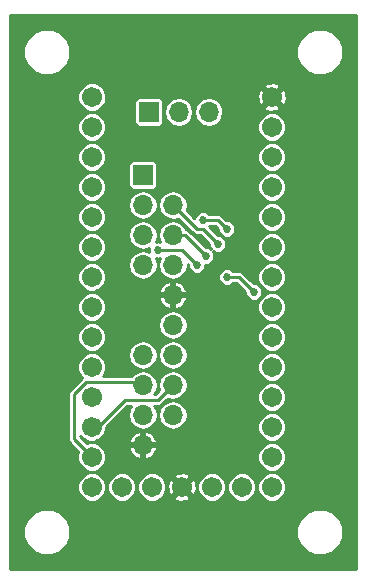
<source format=gbr>
G04 #@! TF.FileFunction,Copper,L2,Bot,Signal*
%FSLAX46Y46*%
G04 Gerber Fmt 4.6, Leading zero omitted, Abs format (unit mm)*
G04 Created by KiCad (PCBNEW 4.0.6-e0-6349~53~ubuntu14.04.1) date Sun Jun  4 18:24:11 2017*
%MOMM*%
%LPD*%
G01*
G04 APERTURE LIST*
%ADD10C,0.100000*%
%ADD11R,1.700000X1.700000*%
%ADD12O,1.700000X1.700000*%
%ADD13C,1.701800*%
%ADD14C,0.685800*%
%ADD15C,0.254000*%
G04 APERTURE END LIST*
D10*
D11*
X141224000Y-71120000D03*
D12*
X143764000Y-71120000D03*
X146304000Y-71120000D03*
D11*
X140716000Y-76454000D03*
D12*
X140716000Y-78994000D03*
X143256000Y-78994000D03*
X140716000Y-81534000D03*
X143256000Y-81534000D03*
X140716000Y-84074000D03*
X143256000Y-84074000D03*
X143256000Y-86614000D03*
X143256000Y-89154000D03*
X140716000Y-91694000D03*
X143256000Y-91694000D03*
X140716000Y-94234000D03*
X143256000Y-94234000D03*
X140716000Y-96774000D03*
X143256000Y-96774000D03*
X140716000Y-99314000D03*
D13*
X151638000Y-72390000D03*
X151638000Y-74930000D03*
X151638000Y-77470000D03*
X151638000Y-80010000D03*
X151638000Y-82550000D03*
X151638000Y-85090000D03*
X151638000Y-87630000D03*
X151638000Y-90170000D03*
X151638000Y-92710000D03*
X151638000Y-95250000D03*
X151638000Y-97790000D03*
X151638000Y-100330000D03*
X151638000Y-102870000D03*
X136398000Y-102870000D03*
X136398000Y-100330000D03*
X136398000Y-97790000D03*
X136398000Y-95250000D03*
X136398000Y-92710000D03*
X136398000Y-90170000D03*
X136398000Y-87630000D03*
X136398000Y-85090000D03*
X136398000Y-82550000D03*
X136398000Y-80010000D03*
X136398000Y-77470000D03*
X136398000Y-74930000D03*
X136398000Y-72390000D03*
X136398000Y-69850000D03*
X151638000Y-69850000D03*
X149098000Y-102870000D03*
X146558000Y-102870000D03*
X144018000Y-102870000D03*
X141478000Y-102870000D03*
X138938000Y-102870000D03*
D14*
X146050000Y-83312000D03*
X147828000Y-85090000D03*
X150114000Y-86360000D03*
X147828000Y-81026000D03*
X145796000Y-80264000D03*
X147066000Y-82296000D03*
X145288000Y-84074000D03*
X141986000Y-82804000D03*
D15*
X144272000Y-81534000D02*
X143256000Y-81534000D01*
X146050000Y-83312000D02*
X144272000Y-81534000D01*
X148844000Y-85090000D02*
X147828000Y-85090000D01*
X150114000Y-86360000D02*
X148844000Y-85090000D01*
X147828000Y-81026000D02*
X147066000Y-80264000D01*
X147066000Y-80264000D02*
X145796000Y-80264000D01*
X147066000Y-82296000D02*
X145796000Y-81026000D01*
X145796000Y-81026000D02*
X145288000Y-81026000D01*
X145288000Y-81026000D02*
X143256000Y-78994000D01*
X145288000Y-84074000D02*
X144018000Y-82804000D01*
X144018000Y-82804000D02*
X141986000Y-82804000D01*
X136398000Y-100330000D02*
X134874000Y-98806000D01*
X135890000Y-93980000D02*
X140462000Y-93980000D01*
X134874000Y-94996000D02*
X135890000Y-93980000D01*
X134874000Y-98806000D02*
X134874000Y-94996000D01*
X140462000Y-93980000D02*
X140716000Y-94234000D01*
X136398000Y-97790000D02*
X136906000Y-97790000D01*
X136906000Y-97790000D02*
X139192000Y-95504000D01*
X139192000Y-95504000D02*
X141986000Y-95504000D01*
X141986000Y-95504000D02*
X143256000Y-94234000D01*
G36*
X158802000Y-109780000D02*
X129488000Y-109780000D01*
X129488000Y-107072316D01*
X130606657Y-107072316D01*
X130907611Y-107800680D01*
X131464389Y-108358431D01*
X132192226Y-108660655D01*
X132980316Y-108661343D01*
X133708680Y-108360389D01*
X134266431Y-107803611D01*
X134568655Y-107075774D01*
X134568658Y-107072316D01*
X153720657Y-107072316D01*
X154021611Y-107800680D01*
X154578389Y-108358431D01*
X155306226Y-108660655D01*
X156094316Y-108661343D01*
X156822680Y-108360389D01*
X157380431Y-107803611D01*
X157682655Y-107075774D01*
X157683343Y-106287684D01*
X157382389Y-105559320D01*
X156825611Y-105001569D01*
X156097774Y-104699345D01*
X155309684Y-104698657D01*
X154581320Y-104999611D01*
X154023569Y-105556389D01*
X153721345Y-106284226D01*
X153720657Y-107072316D01*
X134568658Y-107072316D01*
X134569343Y-106287684D01*
X134268389Y-105559320D01*
X133711611Y-105001569D01*
X132983774Y-104699345D01*
X132195684Y-104698657D01*
X131467320Y-104999611D01*
X130909569Y-105556389D01*
X130607345Y-106284226D01*
X130606657Y-107072316D01*
X129488000Y-107072316D01*
X129488000Y-103113965D01*
X135165887Y-103113965D01*
X135353037Y-103566903D01*
X135699274Y-103913745D01*
X136151885Y-104101685D01*
X136641965Y-104102113D01*
X137094903Y-103914963D01*
X137441745Y-103568726D01*
X137629685Y-103116115D01*
X137629686Y-103113965D01*
X137705887Y-103113965D01*
X137893037Y-103566903D01*
X138239274Y-103913745D01*
X138691885Y-104101685D01*
X139181965Y-104102113D01*
X139634903Y-103914963D01*
X139981745Y-103568726D01*
X140169685Y-103116115D01*
X140169686Y-103113965D01*
X140245887Y-103113965D01*
X140433037Y-103566903D01*
X140779274Y-103913745D01*
X141231885Y-104101685D01*
X141721965Y-104102113D01*
X142174903Y-103914963D01*
X142314435Y-103775674D01*
X143291931Y-103775674D01*
X143386250Y-103955593D01*
X143849778Y-104114717D01*
X144338915Y-104084345D01*
X144649750Y-103955593D01*
X144744069Y-103775674D01*
X144018000Y-103049605D01*
X143291931Y-103775674D01*
X142314435Y-103775674D01*
X142521745Y-103568726D01*
X142709685Y-103116115D01*
X142710046Y-102701778D01*
X142773283Y-102701778D01*
X142803655Y-103190915D01*
X142932407Y-103501750D01*
X143112326Y-103596069D01*
X143838395Y-102870000D01*
X144197605Y-102870000D01*
X144923674Y-103596069D01*
X145103593Y-103501750D01*
X145236715Y-103113965D01*
X145325887Y-103113965D01*
X145513037Y-103566903D01*
X145859274Y-103913745D01*
X146311885Y-104101685D01*
X146801965Y-104102113D01*
X147254903Y-103914963D01*
X147601745Y-103568726D01*
X147789685Y-103116115D01*
X147789686Y-103113965D01*
X147865887Y-103113965D01*
X148053037Y-103566903D01*
X148399274Y-103913745D01*
X148851885Y-104101685D01*
X149341965Y-104102113D01*
X149794903Y-103914963D01*
X150141745Y-103568726D01*
X150329685Y-103116115D01*
X150329686Y-103113965D01*
X150405887Y-103113965D01*
X150593037Y-103566903D01*
X150939274Y-103913745D01*
X151391885Y-104101685D01*
X151881965Y-104102113D01*
X152334903Y-103914963D01*
X152681745Y-103568726D01*
X152869685Y-103116115D01*
X152870113Y-102626035D01*
X152682963Y-102173097D01*
X152336726Y-101826255D01*
X151884115Y-101638315D01*
X151394035Y-101637887D01*
X150941097Y-101825037D01*
X150594255Y-102171274D01*
X150406315Y-102623885D01*
X150405887Y-103113965D01*
X150329686Y-103113965D01*
X150330113Y-102626035D01*
X150142963Y-102173097D01*
X149796726Y-101826255D01*
X149344115Y-101638315D01*
X148854035Y-101637887D01*
X148401097Y-101825037D01*
X148054255Y-102171274D01*
X147866315Y-102623885D01*
X147865887Y-103113965D01*
X147789686Y-103113965D01*
X147790113Y-102626035D01*
X147602963Y-102173097D01*
X147256726Y-101826255D01*
X146804115Y-101638315D01*
X146314035Y-101637887D01*
X145861097Y-101825037D01*
X145514255Y-102171274D01*
X145326315Y-102623885D01*
X145325887Y-103113965D01*
X145236715Y-103113965D01*
X145262717Y-103038222D01*
X145232345Y-102549085D01*
X145103593Y-102238250D01*
X144923674Y-102143931D01*
X144197605Y-102870000D01*
X143838395Y-102870000D01*
X143112326Y-102143931D01*
X142932407Y-102238250D01*
X142773283Y-102701778D01*
X142710046Y-102701778D01*
X142710113Y-102626035D01*
X142522963Y-102173097D01*
X142314557Y-101964326D01*
X143291931Y-101964326D01*
X144018000Y-102690395D01*
X144744069Y-101964326D01*
X144649750Y-101784407D01*
X144186222Y-101625283D01*
X143697085Y-101655655D01*
X143386250Y-101784407D01*
X143291931Y-101964326D01*
X142314557Y-101964326D01*
X142176726Y-101826255D01*
X141724115Y-101638315D01*
X141234035Y-101637887D01*
X140781097Y-101825037D01*
X140434255Y-102171274D01*
X140246315Y-102623885D01*
X140245887Y-103113965D01*
X140169686Y-103113965D01*
X140170113Y-102626035D01*
X139982963Y-102173097D01*
X139636726Y-101826255D01*
X139184115Y-101638315D01*
X138694035Y-101637887D01*
X138241097Y-101825037D01*
X137894255Y-102171274D01*
X137706315Y-102623885D01*
X137705887Y-103113965D01*
X137629686Y-103113965D01*
X137630113Y-102626035D01*
X137442963Y-102173097D01*
X137096726Y-101826255D01*
X136644115Y-101638315D01*
X136154035Y-101637887D01*
X135701097Y-101825037D01*
X135354255Y-102171274D01*
X135166315Y-102623885D01*
X135165887Y-103113965D01*
X129488000Y-103113965D01*
X129488000Y-94996000D01*
X134366000Y-94996000D01*
X134366000Y-98806000D01*
X134404669Y-99000403D01*
X134514790Y-99165210D01*
X135244698Y-99895118D01*
X135166315Y-100083885D01*
X135165887Y-100573965D01*
X135353037Y-101026903D01*
X135699274Y-101373745D01*
X136151885Y-101561685D01*
X136641965Y-101562113D01*
X137094903Y-101374963D01*
X137441745Y-101028726D01*
X137629685Y-100576115D01*
X137629686Y-100573965D01*
X150405887Y-100573965D01*
X150593037Y-101026903D01*
X150939274Y-101373745D01*
X151391885Y-101561685D01*
X151881965Y-101562113D01*
X152334903Y-101374963D01*
X152681745Y-101028726D01*
X152869685Y-100576115D01*
X152870113Y-100086035D01*
X152682963Y-99633097D01*
X152336726Y-99286255D01*
X151884115Y-99098315D01*
X151394035Y-99097887D01*
X150941097Y-99285037D01*
X150594255Y-99631274D01*
X150406315Y-100083885D01*
X150405887Y-100573965D01*
X137629686Y-100573965D01*
X137630113Y-100086035D01*
X137442963Y-99633097D01*
X137440850Y-99630980D01*
X139526511Y-99630980D01*
X139650755Y-99930964D01*
X139967944Y-100291652D01*
X140399018Y-100503501D01*
X140589000Y-100443193D01*
X140589000Y-99441000D01*
X140843000Y-99441000D01*
X140843000Y-100443193D01*
X141032982Y-100503501D01*
X141464056Y-100291652D01*
X141781245Y-99930964D01*
X141905489Y-99630980D01*
X141844627Y-99441000D01*
X140843000Y-99441000D01*
X140589000Y-99441000D01*
X139587373Y-99441000D01*
X139526511Y-99630980D01*
X137440850Y-99630980D01*
X137096726Y-99286255D01*
X136644115Y-99098315D01*
X136154035Y-99097887D01*
X135963171Y-99176750D01*
X135382000Y-98595580D01*
X135382000Y-98515917D01*
X135699274Y-98833745D01*
X136151885Y-99021685D01*
X136641965Y-99022113D01*
X136702694Y-98997020D01*
X139526511Y-98997020D01*
X139587373Y-99187000D01*
X140589000Y-99187000D01*
X140589000Y-98184807D01*
X140843000Y-98184807D01*
X140843000Y-99187000D01*
X141844627Y-99187000D01*
X141905489Y-98997020D01*
X141781245Y-98697036D01*
X141464056Y-98336348D01*
X141032982Y-98124499D01*
X140843000Y-98184807D01*
X140589000Y-98184807D01*
X140399018Y-98124499D01*
X139967944Y-98336348D01*
X139650755Y-98697036D01*
X139526511Y-98997020D01*
X136702694Y-98997020D01*
X137094903Y-98834963D01*
X137441745Y-98488726D01*
X137629685Y-98036115D01*
X137629686Y-98033965D01*
X150405887Y-98033965D01*
X150593037Y-98486903D01*
X150939274Y-98833745D01*
X151391885Y-99021685D01*
X151881965Y-99022113D01*
X152334903Y-98834963D01*
X152681745Y-98488726D01*
X152869685Y-98036115D01*
X152870113Y-97546035D01*
X152682963Y-97093097D01*
X152336726Y-96746255D01*
X151884115Y-96558315D01*
X151394035Y-96557887D01*
X150941097Y-96745037D01*
X150594255Y-97091274D01*
X150406315Y-97543885D01*
X150405887Y-98033965D01*
X137629686Y-98033965D01*
X137629905Y-97784515D01*
X139402420Y-96012000D01*
X139748972Y-96012000D01*
X139554587Y-96302917D01*
X139460883Y-96774000D01*
X139554587Y-97245083D01*
X139821435Y-97644448D01*
X140220800Y-97911296D01*
X140691883Y-98005000D01*
X140740117Y-98005000D01*
X141211200Y-97911296D01*
X141610565Y-97644448D01*
X141877413Y-97245083D01*
X141971117Y-96774000D01*
X142000883Y-96774000D01*
X142094587Y-97245083D01*
X142361435Y-97644448D01*
X142760800Y-97911296D01*
X143231883Y-98005000D01*
X143280117Y-98005000D01*
X143751200Y-97911296D01*
X144150565Y-97644448D01*
X144417413Y-97245083D01*
X144511117Y-96774000D01*
X144417413Y-96302917D01*
X144150565Y-95903552D01*
X143751200Y-95636704D01*
X143280117Y-95543000D01*
X143231883Y-95543000D01*
X142760800Y-95636704D01*
X142361435Y-95903552D01*
X142094587Y-96302917D01*
X142000883Y-96774000D01*
X141971117Y-96774000D01*
X141877413Y-96302917D01*
X141683028Y-96012000D01*
X141986000Y-96012000D01*
X142180403Y-95973331D01*
X142345210Y-95863210D01*
X142714455Y-95493965D01*
X150405887Y-95493965D01*
X150593037Y-95946903D01*
X150939274Y-96293745D01*
X151391885Y-96481685D01*
X151881965Y-96482113D01*
X152334903Y-96294963D01*
X152681745Y-95948726D01*
X152869685Y-95496115D01*
X152870113Y-95006035D01*
X152682963Y-94553097D01*
X152336726Y-94206255D01*
X151884115Y-94018315D01*
X151394035Y-94017887D01*
X150941097Y-94205037D01*
X150594255Y-94551274D01*
X150406315Y-95003885D01*
X150405887Y-95493965D01*
X142714455Y-95493965D01*
X142824461Y-95383959D01*
X143231883Y-95465000D01*
X143280117Y-95465000D01*
X143751200Y-95371296D01*
X144150565Y-95104448D01*
X144417413Y-94705083D01*
X144511117Y-94234000D01*
X144417413Y-93762917D01*
X144150565Y-93363552D01*
X143751200Y-93096704D01*
X143280117Y-93003000D01*
X143231883Y-93003000D01*
X142760800Y-93096704D01*
X142361435Y-93363552D01*
X142094587Y-93762917D01*
X142000883Y-94234000D01*
X142089927Y-94681653D01*
X141775580Y-94996000D01*
X141683028Y-94996000D01*
X141877413Y-94705083D01*
X141971117Y-94234000D01*
X141877413Y-93762917D01*
X141610565Y-93363552D01*
X141211200Y-93096704D01*
X140740117Y-93003000D01*
X140691883Y-93003000D01*
X140220800Y-93096704D01*
X139821435Y-93363552D01*
X139748972Y-93472000D01*
X137378360Y-93472000D01*
X137441745Y-93408726D01*
X137629685Y-92956115D01*
X137629686Y-92953965D01*
X150405887Y-92953965D01*
X150593037Y-93406903D01*
X150939274Y-93753745D01*
X151391885Y-93941685D01*
X151881965Y-93942113D01*
X152334903Y-93754963D01*
X152681745Y-93408726D01*
X152869685Y-92956115D01*
X152870113Y-92466035D01*
X152682963Y-92013097D01*
X152336726Y-91666255D01*
X151884115Y-91478315D01*
X151394035Y-91477887D01*
X150941097Y-91665037D01*
X150594255Y-92011274D01*
X150406315Y-92463885D01*
X150405887Y-92953965D01*
X137629686Y-92953965D01*
X137630113Y-92466035D01*
X137442963Y-92013097D01*
X137124423Y-91694000D01*
X139460883Y-91694000D01*
X139554587Y-92165083D01*
X139821435Y-92564448D01*
X140220800Y-92831296D01*
X140691883Y-92925000D01*
X140740117Y-92925000D01*
X141211200Y-92831296D01*
X141610565Y-92564448D01*
X141877413Y-92165083D01*
X141971117Y-91694000D01*
X142000883Y-91694000D01*
X142094587Y-92165083D01*
X142361435Y-92564448D01*
X142760800Y-92831296D01*
X143231883Y-92925000D01*
X143280117Y-92925000D01*
X143751200Y-92831296D01*
X144150565Y-92564448D01*
X144417413Y-92165083D01*
X144511117Y-91694000D01*
X144417413Y-91222917D01*
X144150565Y-90823552D01*
X143751200Y-90556704D01*
X143280117Y-90463000D01*
X143231883Y-90463000D01*
X142760800Y-90556704D01*
X142361435Y-90823552D01*
X142094587Y-91222917D01*
X142000883Y-91694000D01*
X141971117Y-91694000D01*
X141877413Y-91222917D01*
X141610565Y-90823552D01*
X141211200Y-90556704D01*
X140740117Y-90463000D01*
X140691883Y-90463000D01*
X140220800Y-90556704D01*
X139821435Y-90823552D01*
X139554587Y-91222917D01*
X139460883Y-91694000D01*
X137124423Y-91694000D01*
X137096726Y-91666255D01*
X136644115Y-91478315D01*
X136154035Y-91477887D01*
X135701097Y-91665037D01*
X135354255Y-92011274D01*
X135166315Y-92463885D01*
X135165887Y-92953965D01*
X135353037Y-93406903D01*
X135552242Y-93606456D01*
X135530790Y-93620790D01*
X134514790Y-94636790D01*
X134404669Y-94801597D01*
X134366000Y-94996000D01*
X129488000Y-94996000D01*
X129488000Y-90413965D01*
X135165887Y-90413965D01*
X135353037Y-90866903D01*
X135699274Y-91213745D01*
X136151885Y-91401685D01*
X136641965Y-91402113D01*
X137094903Y-91214963D01*
X137441745Y-90868726D01*
X137629685Y-90416115D01*
X137629686Y-90413965D01*
X150405887Y-90413965D01*
X150593037Y-90866903D01*
X150939274Y-91213745D01*
X151391885Y-91401685D01*
X151881965Y-91402113D01*
X152334903Y-91214963D01*
X152681745Y-90868726D01*
X152869685Y-90416115D01*
X152870113Y-89926035D01*
X152682963Y-89473097D01*
X152336726Y-89126255D01*
X151884115Y-88938315D01*
X151394035Y-88937887D01*
X150941097Y-89125037D01*
X150594255Y-89471274D01*
X150406315Y-89923885D01*
X150405887Y-90413965D01*
X137629686Y-90413965D01*
X137630113Y-89926035D01*
X137442963Y-89473097D01*
X137124423Y-89154000D01*
X142000883Y-89154000D01*
X142094587Y-89625083D01*
X142361435Y-90024448D01*
X142760800Y-90291296D01*
X143231883Y-90385000D01*
X143280117Y-90385000D01*
X143751200Y-90291296D01*
X144150565Y-90024448D01*
X144417413Y-89625083D01*
X144511117Y-89154000D01*
X144417413Y-88682917D01*
X144150565Y-88283552D01*
X143751200Y-88016704D01*
X143280117Y-87923000D01*
X143231883Y-87923000D01*
X142760800Y-88016704D01*
X142361435Y-88283552D01*
X142094587Y-88682917D01*
X142000883Y-89154000D01*
X137124423Y-89154000D01*
X137096726Y-89126255D01*
X136644115Y-88938315D01*
X136154035Y-88937887D01*
X135701097Y-89125037D01*
X135354255Y-89471274D01*
X135166315Y-89923885D01*
X135165887Y-90413965D01*
X129488000Y-90413965D01*
X129488000Y-87873965D01*
X135165887Y-87873965D01*
X135353037Y-88326903D01*
X135699274Y-88673745D01*
X136151885Y-88861685D01*
X136641965Y-88862113D01*
X137094903Y-88674963D01*
X137441745Y-88328726D01*
X137629685Y-87876115D01*
X137629686Y-87873965D01*
X150405887Y-87873965D01*
X150593037Y-88326903D01*
X150939274Y-88673745D01*
X151391885Y-88861685D01*
X151881965Y-88862113D01*
X152334903Y-88674963D01*
X152681745Y-88328726D01*
X152869685Y-87876115D01*
X152870113Y-87386035D01*
X152682963Y-86933097D01*
X152336726Y-86586255D01*
X151884115Y-86398315D01*
X151394035Y-86397887D01*
X150941097Y-86585037D01*
X150594255Y-86931274D01*
X150406315Y-87383885D01*
X150405887Y-87873965D01*
X137629686Y-87873965D01*
X137630113Y-87386035D01*
X137442963Y-86933097D01*
X137440850Y-86930980D01*
X142066511Y-86930980D01*
X142190755Y-87230964D01*
X142507944Y-87591652D01*
X142939018Y-87803501D01*
X143129000Y-87743193D01*
X143129000Y-86741000D01*
X143383000Y-86741000D01*
X143383000Y-87743193D01*
X143572982Y-87803501D01*
X144004056Y-87591652D01*
X144321245Y-87230964D01*
X144445489Y-86930980D01*
X144384627Y-86741000D01*
X143383000Y-86741000D01*
X143129000Y-86741000D01*
X142127373Y-86741000D01*
X142066511Y-86930980D01*
X137440850Y-86930980D01*
X137096726Y-86586255D01*
X136644115Y-86398315D01*
X136154035Y-86397887D01*
X135701097Y-86585037D01*
X135354255Y-86931274D01*
X135166315Y-87383885D01*
X135165887Y-87873965D01*
X129488000Y-87873965D01*
X129488000Y-85333965D01*
X135165887Y-85333965D01*
X135353037Y-85786903D01*
X135699274Y-86133745D01*
X136151885Y-86321685D01*
X136641965Y-86322113D01*
X136702694Y-86297020D01*
X142066511Y-86297020D01*
X142127373Y-86487000D01*
X143129000Y-86487000D01*
X143129000Y-85484807D01*
X143383000Y-85484807D01*
X143383000Y-86487000D01*
X144384627Y-86487000D01*
X144445489Y-86297020D01*
X144321245Y-85997036D01*
X144004056Y-85636348D01*
X143572982Y-85424499D01*
X143383000Y-85484807D01*
X143129000Y-85484807D01*
X142939018Y-85424499D01*
X142507944Y-85636348D01*
X142190755Y-85997036D01*
X142066511Y-86297020D01*
X136702694Y-86297020D01*
X137094903Y-86134963D01*
X137441745Y-85788726D01*
X137629685Y-85336115D01*
X137630113Y-84846035D01*
X137442963Y-84393097D01*
X137096726Y-84046255D01*
X136644115Y-83858315D01*
X136154035Y-83857887D01*
X135701097Y-84045037D01*
X135354255Y-84391274D01*
X135166315Y-84843885D01*
X135165887Y-85333965D01*
X129488000Y-85333965D01*
X129488000Y-82793965D01*
X135165887Y-82793965D01*
X135353037Y-83246903D01*
X135699274Y-83593745D01*
X136151885Y-83781685D01*
X136641965Y-83782113D01*
X137094903Y-83594963D01*
X137441745Y-83248726D01*
X137629685Y-82796115D01*
X137630113Y-82306035D01*
X137442963Y-81853097D01*
X137124423Y-81534000D01*
X139460883Y-81534000D01*
X139554587Y-82005083D01*
X139821435Y-82404448D01*
X140220800Y-82671296D01*
X140691883Y-82765000D01*
X140740117Y-82765000D01*
X141211200Y-82671296D01*
X141274969Y-82628687D01*
X141262226Y-82659376D01*
X141261975Y-82947361D01*
X141275257Y-82979506D01*
X141211200Y-82936704D01*
X140740117Y-82843000D01*
X140691883Y-82843000D01*
X140220800Y-82936704D01*
X139821435Y-83203552D01*
X139554587Y-83602917D01*
X139460883Y-84074000D01*
X139554587Y-84545083D01*
X139821435Y-84944448D01*
X140220800Y-85211296D01*
X140691883Y-85305000D01*
X140740117Y-85305000D01*
X141211200Y-85211296D01*
X141610565Y-84944448D01*
X141877413Y-84545083D01*
X141971117Y-84074000D01*
X141877413Y-83602917D01*
X141821762Y-83519630D01*
X141841376Y-83527774D01*
X142129361Y-83528025D01*
X142150451Y-83519311D01*
X142094587Y-83602917D01*
X142000883Y-84074000D01*
X142094587Y-84545083D01*
X142361435Y-84944448D01*
X142760800Y-85211296D01*
X143231883Y-85305000D01*
X143280117Y-85305000D01*
X143640271Y-85233361D01*
X147103975Y-85233361D01*
X147213950Y-85499521D01*
X147417408Y-85703335D01*
X147683376Y-85813774D01*
X147971361Y-85814025D01*
X148237521Y-85704050D01*
X148343757Y-85598000D01*
X148633580Y-85598000D01*
X149390105Y-86354525D01*
X149389975Y-86503361D01*
X149499950Y-86769521D01*
X149703408Y-86973335D01*
X149969376Y-87083774D01*
X150257361Y-87084025D01*
X150523521Y-86974050D01*
X150727335Y-86770592D01*
X150837774Y-86504624D01*
X150838025Y-86216639D01*
X150728050Y-85950479D01*
X150524592Y-85746665D01*
X150258624Y-85636226D01*
X150108515Y-85636095D01*
X149806385Y-85333965D01*
X150405887Y-85333965D01*
X150593037Y-85786903D01*
X150939274Y-86133745D01*
X151391885Y-86321685D01*
X151881965Y-86322113D01*
X152334903Y-86134963D01*
X152681745Y-85788726D01*
X152869685Y-85336115D01*
X152870113Y-84846035D01*
X152682963Y-84393097D01*
X152336726Y-84046255D01*
X151884115Y-83858315D01*
X151394035Y-83857887D01*
X150941097Y-84045037D01*
X150594255Y-84391274D01*
X150406315Y-84843885D01*
X150405887Y-85333965D01*
X149806385Y-85333965D01*
X149203210Y-84730790D01*
X149038403Y-84620669D01*
X148844000Y-84582000D01*
X148343743Y-84582000D01*
X148238592Y-84476665D01*
X147972624Y-84366226D01*
X147684639Y-84365975D01*
X147418479Y-84475950D01*
X147214665Y-84679408D01*
X147104226Y-84945376D01*
X147103975Y-85233361D01*
X143640271Y-85233361D01*
X143751200Y-85211296D01*
X144150565Y-84944448D01*
X144417413Y-84545083D01*
X144511117Y-84074000D01*
X144496601Y-84001021D01*
X144564105Y-84068525D01*
X144563975Y-84217361D01*
X144673950Y-84483521D01*
X144877408Y-84687335D01*
X145143376Y-84797774D01*
X145431361Y-84798025D01*
X145697521Y-84688050D01*
X145901335Y-84484592D01*
X146011774Y-84218624D01*
X146011933Y-84035867D01*
X146193361Y-84036025D01*
X146459521Y-83926050D01*
X146663335Y-83722592D01*
X146773774Y-83456624D01*
X146774025Y-83168639D01*
X146669259Y-82915087D01*
X146921376Y-83019774D01*
X147209361Y-83020025D01*
X147475521Y-82910050D01*
X147591809Y-82793965D01*
X150405887Y-82793965D01*
X150593037Y-83246903D01*
X150939274Y-83593745D01*
X151391885Y-83781685D01*
X151881965Y-83782113D01*
X152334903Y-83594963D01*
X152681745Y-83248726D01*
X152869685Y-82796115D01*
X152870113Y-82306035D01*
X152682963Y-81853097D01*
X152336726Y-81506255D01*
X151884115Y-81318315D01*
X151394035Y-81317887D01*
X150941097Y-81505037D01*
X150594255Y-81851274D01*
X150406315Y-82303885D01*
X150405887Y-82793965D01*
X147591809Y-82793965D01*
X147679335Y-82706592D01*
X147789774Y-82440624D01*
X147790025Y-82152639D01*
X147680050Y-81886479D01*
X147476592Y-81682665D01*
X147210624Y-81572226D01*
X147060515Y-81572095D01*
X146286066Y-80797646D01*
X146311757Y-80772000D01*
X146855580Y-80772000D01*
X147104105Y-81020525D01*
X147103975Y-81169361D01*
X147213950Y-81435521D01*
X147417408Y-81639335D01*
X147683376Y-81749774D01*
X147971361Y-81750025D01*
X148237521Y-81640050D01*
X148441335Y-81436592D01*
X148551774Y-81170624D01*
X148552025Y-80882639D01*
X148442050Y-80616479D01*
X148238592Y-80412665D01*
X147972624Y-80302226D01*
X147822515Y-80302095D01*
X147774385Y-80253965D01*
X150405887Y-80253965D01*
X150593037Y-80706903D01*
X150939274Y-81053745D01*
X151391885Y-81241685D01*
X151881965Y-81242113D01*
X152334903Y-81054963D01*
X152681745Y-80708726D01*
X152869685Y-80256115D01*
X152870113Y-79766035D01*
X152682963Y-79313097D01*
X152336726Y-78966255D01*
X151884115Y-78778315D01*
X151394035Y-78777887D01*
X150941097Y-78965037D01*
X150594255Y-79311274D01*
X150406315Y-79763885D01*
X150405887Y-80253965D01*
X147774385Y-80253965D01*
X147425210Y-79904790D01*
X147260403Y-79794669D01*
X147066000Y-79756000D01*
X146311743Y-79756000D01*
X146206592Y-79650665D01*
X145940624Y-79540226D01*
X145652639Y-79539975D01*
X145386479Y-79649950D01*
X145182665Y-79853408D01*
X145080315Y-80099895D01*
X144422073Y-79441653D01*
X144511117Y-78994000D01*
X144417413Y-78522917D01*
X144150565Y-78123552D01*
X143751200Y-77856704D01*
X143280117Y-77763000D01*
X143231883Y-77763000D01*
X142760800Y-77856704D01*
X142361435Y-78123552D01*
X142094587Y-78522917D01*
X142000883Y-78994000D01*
X142094587Y-79465083D01*
X142361435Y-79864448D01*
X142760800Y-80131296D01*
X143231883Y-80225000D01*
X143280117Y-80225000D01*
X143687539Y-80143959D01*
X144928790Y-81385210D01*
X145093597Y-81495331D01*
X145288000Y-81534000D01*
X145585580Y-81534000D01*
X146342105Y-82290525D01*
X146341975Y-82439361D01*
X146446741Y-82692913D01*
X146194624Y-82588226D01*
X146044515Y-82588095D01*
X144631210Y-81174790D01*
X144466403Y-81064669D01*
X144411254Y-81053699D01*
X144150565Y-80663552D01*
X143751200Y-80396704D01*
X143280117Y-80303000D01*
X143231883Y-80303000D01*
X142760800Y-80396704D01*
X142361435Y-80663552D01*
X142094587Y-81062917D01*
X142000883Y-81534000D01*
X142094587Y-82005083D01*
X142150238Y-82088370D01*
X142130624Y-82080226D01*
X141842639Y-82079975D01*
X141821549Y-82088689D01*
X141877413Y-82005083D01*
X141971117Y-81534000D01*
X141877413Y-81062917D01*
X141610565Y-80663552D01*
X141211200Y-80396704D01*
X140740117Y-80303000D01*
X140691883Y-80303000D01*
X140220800Y-80396704D01*
X139821435Y-80663552D01*
X139554587Y-81062917D01*
X139460883Y-81534000D01*
X137124423Y-81534000D01*
X137096726Y-81506255D01*
X136644115Y-81318315D01*
X136154035Y-81317887D01*
X135701097Y-81505037D01*
X135354255Y-81851274D01*
X135166315Y-82303885D01*
X135165887Y-82793965D01*
X129488000Y-82793965D01*
X129488000Y-80253965D01*
X135165887Y-80253965D01*
X135353037Y-80706903D01*
X135699274Y-81053745D01*
X136151885Y-81241685D01*
X136641965Y-81242113D01*
X137094903Y-81054963D01*
X137441745Y-80708726D01*
X137629685Y-80256115D01*
X137630113Y-79766035D01*
X137442963Y-79313097D01*
X137124423Y-78994000D01*
X139460883Y-78994000D01*
X139554587Y-79465083D01*
X139821435Y-79864448D01*
X140220800Y-80131296D01*
X140691883Y-80225000D01*
X140740117Y-80225000D01*
X141211200Y-80131296D01*
X141610565Y-79864448D01*
X141877413Y-79465083D01*
X141971117Y-78994000D01*
X141877413Y-78522917D01*
X141610565Y-78123552D01*
X141211200Y-77856704D01*
X140740117Y-77763000D01*
X140691883Y-77763000D01*
X140220800Y-77856704D01*
X139821435Y-78123552D01*
X139554587Y-78522917D01*
X139460883Y-78994000D01*
X137124423Y-78994000D01*
X137096726Y-78966255D01*
X136644115Y-78778315D01*
X136154035Y-78777887D01*
X135701097Y-78965037D01*
X135354255Y-79311274D01*
X135166315Y-79763885D01*
X135165887Y-80253965D01*
X129488000Y-80253965D01*
X129488000Y-77713965D01*
X135165887Y-77713965D01*
X135353037Y-78166903D01*
X135699274Y-78513745D01*
X136151885Y-78701685D01*
X136641965Y-78702113D01*
X137094903Y-78514963D01*
X137441745Y-78168726D01*
X137629685Y-77716115D01*
X137629686Y-77713965D01*
X150405887Y-77713965D01*
X150593037Y-78166903D01*
X150939274Y-78513745D01*
X151391885Y-78701685D01*
X151881965Y-78702113D01*
X152334903Y-78514963D01*
X152681745Y-78168726D01*
X152869685Y-77716115D01*
X152870113Y-77226035D01*
X152682963Y-76773097D01*
X152336726Y-76426255D01*
X151884115Y-76238315D01*
X151394035Y-76237887D01*
X150941097Y-76425037D01*
X150594255Y-76771274D01*
X150406315Y-77223885D01*
X150405887Y-77713965D01*
X137629686Y-77713965D01*
X137630113Y-77226035D01*
X137442963Y-76773097D01*
X137096726Y-76426255D01*
X136644115Y-76238315D01*
X136154035Y-76237887D01*
X135701097Y-76425037D01*
X135354255Y-76771274D01*
X135166315Y-77223885D01*
X135165887Y-77713965D01*
X129488000Y-77713965D01*
X129488000Y-75173965D01*
X135165887Y-75173965D01*
X135353037Y-75626903D01*
X135699274Y-75973745D01*
X136151885Y-76161685D01*
X136641965Y-76162113D01*
X137094903Y-75974963D01*
X137441745Y-75628726D01*
X137452012Y-75604000D01*
X139477536Y-75604000D01*
X139477536Y-77304000D01*
X139504103Y-77445190D01*
X139587546Y-77574865D01*
X139714866Y-77661859D01*
X139866000Y-77692464D01*
X141566000Y-77692464D01*
X141707190Y-77665897D01*
X141836865Y-77582454D01*
X141923859Y-77455134D01*
X141954464Y-77304000D01*
X141954464Y-75604000D01*
X141927897Y-75462810D01*
X141844454Y-75333135D01*
X141717134Y-75246141D01*
X141566000Y-75215536D01*
X139866000Y-75215536D01*
X139724810Y-75242103D01*
X139595135Y-75325546D01*
X139508141Y-75452866D01*
X139477536Y-75604000D01*
X137452012Y-75604000D01*
X137629685Y-75176115D01*
X137629686Y-75173965D01*
X150405887Y-75173965D01*
X150593037Y-75626903D01*
X150939274Y-75973745D01*
X151391885Y-76161685D01*
X151881965Y-76162113D01*
X152334903Y-75974963D01*
X152681745Y-75628726D01*
X152869685Y-75176115D01*
X152870113Y-74686035D01*
X152682963Y-74233097D01*
X152336726Y-73886255D01*
X151884115Y-73698315D01*
X151394035Y-73697887D01*
X150941097Y-73885037D01*
X150594255Y-74231274D01*
X150406315Y-74683885D01*
X150405887Y-75173965D01*
X137629686Y-75173965D01*
X137630113Y-74686035D01*
X137442963Y-74233097D01*
X137096726Y-73886255D01*
X136644115Y-73698315D01*
X136154035Y-73697887D01*
X135701097Y-73885037D01*
X135354255Y-74231274D01*
X135166315Y-74683885D01*
X135165887Y-75173965D01*
X129488000Y-75173965D01*
X129488000Y-72633965D01*
X135165887Y-72633965D01*
X135353037Y-73086903D01*
X135699274Y-73433745D01*
X136151885Y-73621685D01*
X136641965Y-73622113D01*
X137094903Y-73434963D01*
X137441745Y-73088726D01*
X137629685Y-72636115D01*
X137629686Y-72633965D01*
X150405887Y-72633965D01*
X150593037Y-73086903D01*
X150939274Y-73433745D01*
X151391885Y-73621685D01*
X151881965Y-73622113D01*
X152334903Y-73434963D01*
X152681745Y-73088726D01*
X152869685Y-72636115D01*
X152870113Y-72146035D01*
X152682963Y-71693097D01*
X152336726Y-71346255D01*
X151884115Y-71158315D01*
X151394035Y-71157887D01*
X150941097Y-71345037D01*
X150594255Y-71691274D01*
X150406315Y-72143885D01*
X150405887Y-72633965D01*
X137629686Y-72633965D01*
X137630113Y-72146035D01*
X137442963Y-71693097D01*
X137096726Y-71346255D01*
X136644115Y-71158315D01*
X136154035Y-71157887D01*
X135701097Y-71345037D01*
X135354255Y-71691274D01*
X135166315Y-72143885D01*
X135165887Y-72633965D01*
X129488000Y-72633965D01*
X129488000Y-70093965D01*
X135165887Y-70093965D01*
X135353037Y-70546903D01*
X135699274Y-70893745D01*
X136151885Y-71081685D01*
X136641965Y-71082113D01*
X137094903Y-70894963D01*
X137441745Y-70548726D01*
X137557481Y-70270000D01*
X139985536Y-70270000D01*
X139985536Y-71970000D01*
X140012103Y-72111190D01*
X140095546Y-72240865D01*
X140222866Y-72327859D01*
X140374000Y-72358464D01*
X142074000Y-72358464D01*
X142215190Y-72331897D01*
X142344865Y-72248454D01*
X142431859Y-72121134D01*
X142462464Y-71970000D01*
X142462464Y-71095883D01*
X142533000Y-71095883D01*
X142533000Y-71144117D01*
X142626704Y-71615200D01*
X142893552Y-72014565D01*
X143292917Y-72281413D01*
X143764000Y-72375117D01*
X144235083Y-72281413D01*
X144634448Y-72014565D01*
X144901296Y-71615200D01*
X144995000Y-71144117D01*
X144995000Y-71095883D01*
X145073000Y-71095883D01*
X145073000Y-71144117D01*
X145166704Y-71615200D01*
X145433552Y-72014565D01*
X145832917Y-72281413D01*
X146304000Y-72375117D01*
X146775083Y-72281413D01*
X147174448Y-72014565D01*
X147441296Y-71615200D01*
X147535000Y-71144117D01*
X147535000Y-71095883D01*
X147467329Y-70755674D01*
X150911931Y-70755674D01*
X151006250Y-70935593D01*
X151469778Y-71094717D01*
X151958915Y-71064345D01*
X152269750Y-70935593D01*
X152364069Y-70755674D01*
X151638000Y-70029605D01*
X150911931Y-70755674D01*
X147467329Y-70755674D01*
X147441296Y-70624800D01*
X147174448Y-70225435D01*
X146775083Y-69958587D01*
X146304000Y-69864883D01*
X145832917Y-69958587D01*
X145433552Y-70225435D01*
X145166704Y-70624800D01*
X145073000Y-71095883D01*
X144995000Y-71095883D01*
X144901296Y-70624800D01*
X144634448Y-70225435D01*
X144235083Y-69958587D01*
X143764000Y-69864883D01*
X143292917Y-69958587D01*
X142893552Y-70225435D01*
X142626704Y-70624800D01*
X142533000Y-71095883D01*
X142462464Y-71095883D01*
X142462464Y-70270000D01*
X142435897Y-70128810D01*
X142352454Y-69999135D01*
X142225134Y-69912141D01*
X142074000Y-69881536D01*
X140374000Y-69881536D01*
X140232810Y-69908103D01*
X140103135Y-69991546D01*
X140016141Y-70118866D01*
X139985536Y-70270000D01*
X137557481Y-70270000D01*
X137629685Y-70096115D01*
X137630046Y-69681778D01*
X150393283Y-69681778D01*
X150423655Y-70170915D01*
X150552407Y-70481750D01*
X150732326Y-70576069D01*
X151458395Y-69850000D01*
X151817605Y-69850000D01*
X152543674Y-70576069D01*
X152723593Y-70481750D01*
X152882717Y-70018222D01*
X152852345Y-69529085D01*
X152723593Y-69218250D01*
X152543674Y-69123931D01*
X151817605Y-69850000D01*
X151458395Y-69850000D01*
X150732326Y-69123931D01*
X150552407Y-69218250D01*
X150393283Y-69681778D01*
X137630046Y-69681778D01*
X137630113Y-69606035D01*
X137442963Y-69153097D01*
X137234557Y-68944326D01*
X150911931Y-68944326D01*
X151638000Y-69670395D01*
X152364069Y-68944326D01*
X152269750Y-68764407D01*
X151806222Y-68605283D01*
X151317085Y-68635655D01*
X151006250Y-68764407D01*
X150911931Y-68944326D01*
X137234557Y-68944326D01*
X137096726Y-68806255D01*
X136644115Y-68618315D01*
X136154035Y-68617887D01*
X135701097Y-68805037D01*
X135354255Y-69151274D01*
X135166315Y-69603885D01*
X135165887Y-70093965D01*
X129488000Y-70093965D01*
X129488000Y-66432316D01*
X130606657Y-66432316D01*
X130907611Y-67160680D01*
X131464389Y-67718431D01*
X132192226Y-68020655D01*
X132980316Y-68021343D01*
X133708680Y-67720389D01*
X134266431Y-67163611D01*
X134568655Y-66435774D01*
X134568658Y-66432316D01*
X153720657Y-66432316D01*
X154021611Y-67160680D01*
X154578389Y-67718431D01*
X155306226Y-68020655D01*
X156094316Y-68021343D01*
X156822680Y-67720389D01*
X157380431Y-67163611D01*
X157682655Y-66435774D01*
X157683343Y-65647684D01*
X157382389Y-64919320D01*
X156825611Y-64361569D01*
X156097774Y-64059345D01*
X155309684Y-64058657D01*
X154581320Y-64359611D01*
X154023569Y-64916389D01*
X153721345Y-65644226D01*
X153720657Y-66432316D01*
X134568658Y-66432316D01*
X134569343Y-65647684D01*
X134268389Y-64919320D01*
X133711611Y-64361569D01*
X132983774Y-64059345D01*
X132195684Y-64058657D01*
X131467320Y-64359611D01*
X130909569Y-64916389D01*
X130607345Y-65644226D01*
X130606657Y-66432316D01*
X129488000Y-66432316D01*
X129488000Y-62940000D01*
X158802000Y-62940000D01*
X158802000Y-109780000D01*
X158802000Y-109780000D01*
G37*
X158802000Y-109780000D02*
X129488000Y-109780000D01*
X129488000Y-107072316D01*
X130606657Y-107072316D01*
X130907611Y-107800680D01*
X131464389Y-108358431D01*
X132192226Y-108660655D01*
X132980316Y-108661343D01*
X133708680Y-108360389D01*
X134266431Y-107803611D01*
X134568655Y-107075774D01*
X134568658Y-107072316D01*
X153720657Y-107072316D01*
X154021611Y-107800680D01*
X154578389Y-108358431D01*
X155306226Y-108660655D01*
X156094316Y-108661343D01*
X156822680Y-108360389D01*
X157380431Y-107803611D01*
X157682655Y-107075774D01*
X157683343Y-106287684D01*
X157382389Y-105559320D01*
X156825611Y-105001569D01*
X156097774Y-104699345D01*
X155309684Y-104698657D01*
X154581320Y-104999611D01*
X154023569Y-105556389D01*
X153721345Y-106284226D01*
X153720657Y-107072316D01*
X134568658Y-107072316D01*
X134569343Y-106287684D01*
X134268389Y-105559320D01*
X133711611Y-105001569D01*
X132983774Y-104699345D01*
X132195684Y-104698657D01*
X131467320Y-104999611D01*
X130909569Y-105556389D01*
X130607345Y-106284226D01*
X130606657Y-107072316D01*
X129488000Y-107072316D01*
X129488000Y-103113965D01*
X135165887Y-103113965D01*
X135353037Y-103566903D01*
X135699274Y-103913745D01*
X136151885Y-104101685D01*
X136641965Y-104102113D01*
X137094903Y-103914963D01*
X137441745Y-103568726D01*
X137629685Y-103116115D01*
X137629686Y-103113965D01*
X137705887Y-103113965D01*
X137893037Y-103566903D01*
X138239274Y-103913745D01*
X138691885Y-104101685D01*
X139181965Y-104102113D01*
X139634903Y-103914963D01*
X139981745Y-103568726D01*
X140169685Y-103116115D01*
X140169686Y-103113965D01*
X140245887Y-103113965D01*
X140433037Y-103566903D01*
X140779274Y-103913745D01*
X141231885Y-104101685D01*
X141721965Y-104102113D01*
X142174903Y-103914963D01*
X142314435Y-103775674D01*
X143291931Y-103775674D01*
X143386250Y-103955593D01*
X143849778Y-104114717D01*
X144338915Y-104084345D01*
X144649750Y-103955593D01*
X144744069Y-103775674D01*
X144018000Y-103049605D01*
X143291931Y-103775674D01*
X142314435Y-103775674D01*
X142521745Y-103568726D01*
X142709685Y-103116115D01*
X142710046Y-102701778D01*
X142773283Y-102701778D01*
X142803655Y-103190915D01*
X142932407Y-103501750D01*
X143112326Y-103596069D01*
X143838395Y-102870000D01*
X144197605Y-102870000D01*
X144923674Y-103596069D01*
X145103593Y-103501750D01*
X145236715Y-103113965D01*
X145325887Y-103113965D01*
X145513037Y-103566903D01*
X145859274Y-103913745D01*
X146311885Y-104101685D01*
X146801965Y-104102113D01*
X147254903Y-103914963D01*
X147601745Y-103568726D01*
X147789685Y-103116115D01*
X147789686Y-103113965D01*
X147865887Y-103113965D01*
X148053037Y-103566903D01*
X148399274Y-103913745D01*
X148851885Y-104101685D01*
X149341965Y-104102113D01*
X149794903Y-103914963D01*
X150141745Y-103568726D01*
X150329685Y-103116115D01*
X150329686Y-103113965D01*
X150405887Y-103113965D01*
X150593037Y-103566903D01*
X150939274Y-103913745D01*
X151391885Y-104101685D01*
X151881965Y-104102113D01*
X152334903Y-103914963D01*
X152681745Y-103568726D01*
X152869685Y-103116115D01*
X152870113Y-102626035D01*
X152682963Y-102173097D01*
X152336726Y-101826255D01*
X151884115Y-101638315D01*
X151394035Y-101637887D01*
X150941097Y-101825037D01*
X150594255Y-102171274D01*
X150406315Y-102623885D01*
X150405887Y-103113965D01*
X150329686Y-103113965D01*
X150330113Y-102626035D01*
X150142963Y-102173097D01*
X149796726Y-101826255D01*
X149344115Y-101638315D01*
X148854035Y-101637887D01*
X148401097Y-101825037D01*
X148054255Y-102171274D01*
X147866315Y-102623885D01*
X147865887Y-103113965D01*
X147789686Y-103113965D01*
X147790113Y-102626035D01*
X147602963Y-102173097D01*
X147256726Y-101826255D01*
X146804115Y-101638315D01*
X146314035Y-101637887D01*
X145861097Y-101825037D01*
X145514255Y-102171274D01*
X145326315Y-102623885D01*
X145325887Y-103113965D01*
X145236715Y-103113965D01*
X145262717Y-103038222D01*
X145232345Y-102549085D01*
X145103593Y-102238250D01*
X144923674Y-102143931D01*
X144197605Y-102870000D01*
X143838395Y-102870000D01*
X143112326Y-102143931D01*
X142932407Y-102238250D01*
X142773283Y-102701778D01*
X142710046Y-102701778D01*
X142710113Y-102626035D01*
X142522963Y-102173097D01*
X142314557Y-101964326D01*
X143291931Y-101964326D01*
X144018000Y-102690395D01*
X144744069Y-101964326D01*
X144649750Y-101784407D01*
X144186222Y-101625283D01*
X143697085Y-101655655D01*
X143386250Y-101784407D01*
X143291931Y-101964326D01*
X142314557Y-101964326D01*
X142176726Y-101826255D01*
X141724115Y-101638315D01*
X141234035Y-101637887D01*
X140781097Y-101825037D01*
X140434255Y-102171274D01*
X140246315Y-102623885D01*
X140245887Y-103113965D01*
X140169686Y-103113965D01*
X140170113Y-102626035D01*
X139982963Y-102173097D01*
X139636726Y-101826255D01*
X139184115Y-101638315D01*
X138694035Y-101637887D01*
X138241097Y-101825037D01*
X137894255Y-102171274D01*
X137706315Y-102623885D01*
X137705887Y-103113965D01*
X137629686Y-103113965D01*
X137630113Y-102626035D01*
X137442963Y-102173097D01*
X137096726Y-101826255D01*
X136644115Y-101638315D01*
X136154035Y-101637887D01*
X135701097Y-101825037D01*
X135354255Y-102171274D01*
X135166315Y-102623885D01*
X135165887Y-103113965D01*
X129488000Y-103113965D01*
X129488000Y-94996000D01*
X134366000Y-94996000D01*
X134366000Y-98806000D01*
X134404669Y-99000403D01*
X134514790Y-99165210D01*
X135244698Y-99895118D01*
X135166315Y-100083885D01*
X135165887Y-100573965D01*
X135353037Y-101026903D01*
X135699274Y-101373745D01*
X136151885Y-101561685D01*
X136641965Y-101562113D01*
X137094903Y-101374963D01*
X137441745Y-101028726D01*
X137629685Y-100576115D01*
X137629686Y-100573965D01*
X150405887Y-100573965D01*
X150593037Y-101026903D01*
X150939274Y-101373745D01*
X151391885Y-101561685D01*
X151881965Y-101562113D01*
X152334903Y-101374963D01*
X152681745Y-101028726D01*
X152869685Y-100576115D01*
X152870113Y-100086035D01*
X152682963Y-99633097D01*
X152336726Y-99286255D01*
X151884115Y-99098315D01*
X151394035Y-99097887D01*
X150941097Y-99285037D01*
X150594255Y-99631274D01*
X150406315Y-100083885D01*
X150405887Y-100573965D01*
X137629686Y-100573965D01*
X137630113Y-100086035D01*
X137442963Y-99633097D01*
X137440850Y-99630980D01*
X139526511Y-99630980D01*
X139650755Y-99930964D01*
X139967944Y-100291652D01*
X140399018Y-100503501D01*
X140589000Y-100443193D01*
X140589000Y-99441000D01*
X140843000Y-99441000D01*
X140843000Y-100443193D01*
X141032982Y-100503501D01*
X141464056Y-100291652D01*
X141781245Y-99930964D01*
X141905489Y-99630980D01*
X141844627Y-99441000D01*
X140843000Y-99441000D01*
X140589000Y-99441000D01*
X139587373Y-99441000D01*
X139526511Y-99630980D01*
X137440850Y-99630980D01*
X137096726Y-99286255D01*
X136644115Y-99098315D01*
X136154035Y-99097887D01*
X135963171Y-99176750D01*
X135382000Y-98595580D01*
X135382000Y-98515917D01*
X135699274Y-98833745D01*
X136151885Y-99021685D01*
X136641965Y-99022113D01*
X136702694Y-98997020D01*
X139526511Y-98997020D01*
X139587373Y-99187000D01*
X140589000Y-99187000D01*
X140589000Y-98184807D01*
X140843000Y-98184807D01*
X140843000Y-99187000D01*
X141844627Y-99187000D01*
X141905489Y-98997020D01*
X141781245Y-98697036D01*
X141464056Y-98336348D01*
X141032982Y-98124499D01*
X140843000Y-98184807D01*
X140589000Y-98184807D01*
X140399018Y-98124499D01*
X139967944Y-98336348D01*
X139650755Y-98697036D01*
X139526511Y-98997020D01*
X136702694Y-98997020D01*
X137094903Y-98834963D01*
X137441745Y-98488726D01*
X137629685Y-98036115D01*
X137629686Y-98033965D01*
X150405887Y-98033965D01*
X150593037Y-98486903D01*
X150939274Y-98833745D01*
X151391885Y-99021685D01*
X151881965Y-99022113D01*
X152334903Y-98834963D01*
X152681745Y-98488726D01*
X152869685Y-98036115D01*
X152870113Y-97546035D01*
X152682963Y-97093097D01*
X152336726Y-96746255D01*
X151884115Y-96558315D01*
X151394035Y-96557887D01*
X150941097Y-96745037D01*
X150594255Y-97091274D01*
X150406315Y-97543885D01*
X150405887Y-98033965D01*
X137629686Y-98033965D01*
X137629905Y-97784515D01*
X139402420Y-96012000D01*
X139748972Y-96012000D01*
X139554587Y-96302917D01*
X139460883Y-96774000D01*
X139554587Y-97245083D01*
X139821435Y-97644448D01*
X140220800Y-97911296D01*
X140691883Y-98005000D01*
X140740117Y-98005000D01*
X141211200Y-97911296D01*
X141610565Y-97644448D01*
X141877413Y-97245083D01*
X141971117Y-96774000D01*
X142000883Y-96774000D01*
X142094587Y-97245083D01*
X142361435Y-97644448D01*
X142760800Y-97911296D01*
X143231883Y-98005000D01*
X143280117Y-98005000D01*
X143751200Y-97911296D01*
X144150565Y-97644448D01*
X144417413Y-97245083D01*
X144511117Y-96774000D01*
X144417413Y-96302917D01*
X144150565Y-95903552D01*
X143751200Y-95636704D01*
X143280117Y-95543000D01*
X143231883Y-95543000D01*
X142760800Y-95636704D01*
X142361435Y-95903552D01*
X142094587Y-96302917D01*
X142000883Y-96774000D01*
X141971117Y-96774000D01*
X141877413Y-96302917D01*
X141683028Y-96012000D01*
X141986000Y-96012000D01*
X142180403Y-95973331D01*
X142345210Y-95863210D01*
X142714455Y-95493965D01*
X150405887Y-95493965D01*
X150593037Y-95946903D01*
X150939274Y-96293745D01*
X151391885Y-96481685D01*
X151881965Y-96482113D01*
X152334903Y-96294963D01*
X152681745Y-95948726D01*
X152869685Y-95496115D01*
X152870113Y-95006035D01*
X152682963Y-94553097D01*
X152336726Y-94206255D01*
X151884115Y-94018315D01*
X151394035Y-94017887D01*
X150941097Y-94205037D01*
X150594255Y-94551274D01*
X150406315Y-95003885D01*
X150405887Y-95493965D01*
X142714455Y-95493965D01*
X142824461Y-95383959D01*
X143231883Y-95465000D01*
X143280117Y-95465000D01*
X143751200Y-95371296D01*
X144150565Y-95104448D01*
X144417413Y-94705083D01*
X144511117Y-94234000D01*
X144417413Y-93762917D01*
X144150565Y-93363552D01*
X143751200Y-93096704D01*
X143280117Y-93003000D01*
X143231883Y-93003000D01*
X142760800Y-93096704D01*
X142361435Y-93363552D01*
X142094587Y-93762917D01*
X142000883Y-94234000D01*
X142089927Y-94681653D01*
X141775580Y-94996000D01*
X141683028Y-94996000D01*
X141877413Y-94705083D01*
X141971117Y-94234000D01*
X141877413Y-93762917D01*
X141610565Y-93363552D01*
X141211200Y-93096704D01*
X140740117Y-93003000D01*
X140691883Y-93003000D01*
X140220800Y-93096704D01*
X139821435Y-93363552D01*
X139748972Y-93472000D01*
X137378360Y-93472000D01*
X137441745Y-93408726D01*
X137629685Y-92956115D01*
X137629686Y-92953965D01*
X150405887Y-92953965D01*
X150593037Y-93406903D01*
X150939274Y-93753745D01*
X151391885Y-93941685D01*
X151881965Y-93942113D01*
X152334903Y-93754963D01*
X152681745Y-93408726D01*
X152869685Y-92956115D01*
X152870113Y-92466035D01*
X152682963Y-92013097D01*
X152336726Y-91666255D01*
X151884115Y-91478315D01*
X151394035Y-91477887D01*
X150941097Y-91665037D01*
X150594255Y-92011274D01*
X150406315Y-92463885D01*
X150405887Y-92953965D01*
X137629686Y-92953965D01*
X137630113Y-92466035D01*
X137442963Y-92013097D01*
X137124423Y-91694000D01*
X139460883Y-91694000D01*
X139554587Y-92165083D01*
X139821435Y-92564448D01*
X140220800Y-92831296D01*
X140691883Y-92925000D01*
X140740117Y-92925000D01*
X141211200Y-92831296D01*
X141610565Y-92564448D01*
X141877413Y-92165083D01*
X141971117Y-91694000D01*
X142000883Y-91694000D01*
X142094587Y-92165083D01*
X142361435Y-92564448D01*
X142760800Y-92831296D01*
X143231883Y-92925000D01*
X143280117Y-92925000D01*
X143751200Y-92831296D01*
X144150565Y-92564448D01*
X144417413Y-92165083D01*
X144511117Y-91694000D01*
X144417413Y-91222917D01*
X144150565Y-90823552D01*
X143751200Y-90556704D01*
X143280117Y-90463000D01*
X143231883Y-90463000D01*
X142760800Y-90556704D01*
X142361435Y-90823552D01*
X142094587Y-91222917D01*
X142000883Y-91694000D01*
X141971117Y-91694000D01*
X141877413Y-91222917D01*
X141610565Y-90823552D01*
X141211200Y-90556704D01*
X140740117Y-90463000D01*
X140691883Y-90463000D01*
X140220800Y-90556704D01*
X139821435Y-90823552D01*
X139554587Y-91222917D01*
X139460883Y-91694000D01*
X137124423Y-91694000D01*
X137096726Y-91666255D01*
X136644115Y-91478315D01*
X136154035Y-91477887D01*
X135701097Y-91665037D01*
X135354255Y-92011274D01*
X135166315Y-92463885D01*
X135165887Y-92953965D01*
X135353037Y-93406903D01*
X135552242Y-93606456D01*
X135530790Y-93620790D01*
X134514790Y-94636790D01*
X134404669Y-94801597D01*
X134366000Y-94996000D01*
X129488000Y-94996000D01*
X129488000Y-90413965D01*
X135165887Y-90413965D01*
X135353037Y-90866903D01*
X135699274Y-91213745D01*
X136151885Y-91401685D01*
X136641965Y-91402113D01*
X137094903Y-91214963D01*
X137441745Y-90868726D01*
X137629685Y-90416115D01*
X137629686Y-90413965D01*
X150405887Y-90413965D01*
X150593037Y-90866903D01*
X150939274Y-91213745D01*
X151391885Y-91401685D01*
X151881965Y-91402113D01*
X152334903Y-91214963D01*
X152681745Y-90868726D01*
X152869685Y-90416115D01*
X152870113Y-89926035D01*
X152682963Y-89473097D01*
X152336726Y-89126255D01*
X151884115Y-88938315D01*
X151394035Y-88937887D01*
X150941097Y-89125037D01*
X150594255Y-89471274D01*
X150406315Y-89923885D01*
X150405887Y-90413965D01*
X137629686Y-90413965D01*
X137630113Y-89926035D01*
X137442963Y-89473097D01*
X137124423Y-89154000D01*
X142000883Y-89154000D01*
X142094587Y-89625083D01*
X142361435Y-90024448D01*
X142760800Y-90291296D01*
X143231883Y-90385000D01*
X143280117Y-90385000D01*
X143751200Y-90291296D01*
X144150565Y-90024448D01*
X144417413Y-89625083D01*
X144511117Y-89154000D01*
X144417413Y-88682917D01*
X144150565Y-88283552D01*
X143751200Y-88016704D01*
X143280117Y-87923000D01*
X143231883Y-87923000D01*
X142760800Y-88016704D01*
X142361435Y-88283552D01*
X142094587Y-88682917D01*
X142000883Y-89154000D01*
X137124423Y-89154000D01*
X137096726Y-89126255D01*
X136644115Y-88938315D01*
X136154035Y-88937887D01*
X135701097Y-89125037D01*
X135354255Y-89471274D01*
X135166315Y-89923885D01*
X135165887Y-90413965D01*
X129488000Y-90413965D01*
X129488000Y-87873965D01*
X135165887Y-87873965D01*
X135353037Y-88326903D01*
X135699274Y-88673745D01*
X136151885Y-88861685D01*
X136641965Y-88862113D01*
X137094903Y-88674963D01*
X137441745Y-88328726D01*
X137629685Y-87876115D01*
X137629686Y-87873965D01*
X150405887Y-87873965D01*
X150593037Y-88326903D01*
X150939274Y-88673745D01*
X151391885Y-88861685D01*
X151881965Y-88862113D01*
X152334903Y-88674963D01*
X152681745Y-88328726D01*
X152869685Y-87876115D01*
X152870113Y-87386035D01*
X152682963Y-86933097D01*
X152336726Y-86586255D01*
X151884115Y-86398315D01*
X151394035Y-86397887D01*
X150941097Y-86585037D01*
X150594255Y-86931274D01*
X150406315Y-87383885D01*
X150405887Y-87873965D01*
X137629686Y-87873965D01*
X137630113Y-87386035D01*
X137442963Y-86933097D01*
X137440850Y-86930980D01*
X142066511Y-86930980D01*
X142190755Y-87230964D01*
X142507944Y-87591652D01*
X142939018Y-87803501D01*
X143129000Y-87743193D01*
X143129000Y-86741000D01*
X143383000Y-86741000D01*
X143383000Y-87743193D01*
X143572982Y-87803501D01*
X144004056Y-87591652D01*
X144321245Y-87230964D01*
X144445489Y-86930980D01*
X144384627Y-86741000D01*
X143383000Y-86741000D01*
X143129000Y-86741000D01*
X142127373Y-86741000D01*
X142066511Y-86930980D01*
X137440850Y-86930980D01*
X137096726Y-86586255D01*
X136644115Y-86398315D01*
X136154035Y-86397887D01*
X135701097Y-86585037D01*
X135354255Y-86931274D01*
X135166315Y-87383885D01*
X135165887Y-87873965D01*
X129488000Y-87873965D01*
X129488000Y-85333965D01*
X135165887Y-85333965D01*
X135353037Y-85786903D01*
X135699274Y-86133745D01*
X136151885Y-86321685D01*
X136641965Y-86322113D01*
X136702694Y-86297020D01*
X142066511Y-86297020D01*
X142127373Y-86487000D01*
X143129000Y-86487000D01*
X143129000Y-85484807D01*
X143383000Y-85484807D01*
X143383000Y-86487000D01*
X144384627Y-86487000D01*
X144445489Y-86297020D01*
X144321245Y-85997036D01*
X144004056Y-85636348D01*
X143572982Y-85424499D01*
X143383000Y-85484807D01*
X143129000Y-85484807D01*
X142939018Y-85424499D01*
X142507944Y-85636348D01*
X142190755Y-85997036D01*
X142066511Y-86297020D01*
X136702694Y-86297020D01*
X137094903Y-86134963D01*
X137441745Y-85788726D01*
X137629685Y-85336115D01*
X137630113Y-84846035D01*
X137442963Y-84393097D01*
X137096726Y-84046255D01*
X136644115Y-83858315D01*
X136154035Y-83857887D01*
X135701097Y-84045037D01*
X135354255Y-84391274D01*
X135166315Y-84843885D01*
X135165887Y-85333965D01*
X129488000Y-85333965D01*
X129488000Y-82793965D01*
X135165887Y-82793965D01*
X135353037Y-83246903D01*
X135699274Y-83593745D01*
X136151885Y-83781685D01*
X136641965Y-83782113D01*
X137094903Y-83594963D01*
X137441745Y-83248726D01*
X137629685Y-82796115D01*
X137630113Y-82306035D01*
X137442963Y-81853097D01*
X137124423Y-81534000D01*
X139460883Y-81534000D01*
X139554587Y-82005083D01*
X139821435Y-82404448D01*
X140220800Y-82671296D01*
X140691883Y-82765000D01*
X140740117Y-82765000D01*
X141211200Y-82671296D01*
X141274969Y-82628687D01*
X141262226Y-82659376D01*
X141261975Y-82947361D01*
X141275257Y-82979506D01*
X141211200Y-82936704D01*
X140740117Y-82843000D01*
X140691883Y-82843000D01*
X140220800Y-82936704D01*
X139821435Y-83203552D01*
X139554587Y-83602917D01*
X139460883Y-84074000D01*
X139554587Y-84545083D01*
X139821435Y-84944448D01*
X140220800Y-85211296D01*
X140691883Y-85305000D01*
X140740117Y-85305000D01*
X141211200Y-85211296D01*
X141610565Y-84944448D01*
X141877413Y-84545083D01*
X141971117Y-84074000D01*
X141877413Y-83602917D01*
X141821762Y-83519630D01*
X141841376Y-83527774D01*
X142129361Y-83528025D01*
X142150451Y-83519311D01*
X142094587Y-83602917D01*
X142000883Y-84074000D01*
X142094587Y-84545083D01*
X142361435Y-84944448D01*
X142760800Y-85211296D01*
X143231883Y-85305000D01*
X143280117Y-85305000D01*
X143640271Y-85233361D01*
X147103975Y-85233361D01*
X147213950Y-85499521D01*
X147417408Y-85703335D01*
X147683376Y-85813774D01*
X147971361Y-85814025D01*
X148237521Y-85704050D01*
X148343757Y-85598000D01*
X148633580Y-85598000D01*
X149390105Y-86354525D01*
X149389975Y-86503361D01*
X149499950Y-86769521D01*
X149703408Y-86973335D01*
X149969376Y-87083774D01*
X150257361Y-87084025D01*
X150523521Y-86974050D01*
X150727335Y-86770592D01*
X150837774Y-86504624D01*
X150838025Y-86216639D01*
X150728050Y-85950479D01*
X150524592Y-85746665D01*
X150258624Y-85636226D01*
X150108515Y-85636095D01*
X149806385Y-85333965D01*
X150405887Y-85333965D01*
X150593037Y-85786903D01*
X150939274Y-86133745D01*
X151391885Y-86321685D01*
X151881965Y-86322113D01*
X152334903Y-86134963D01*
X152681745Y-85788726D01*
X152869685Y-85336115D01*
X152870113Y-84846035D01*
X152682963Y-84393097D01*
X152336726Y-84046255D01*
X151884115Y-83858315D01*
X151394035Y-83857887D01*
X150941097Y-84045037D01*
X150594255Y-84391274D01*
X150406315Y-84843885D01*
X150405887Y-85333965D01*
X149806385Y-85333965D01*
X149203210Y-84730790D01*
X149038403Y-84620669D01*
X148844000Y-84582000D01*
X148343743Y-84582000D01*
X148238592Y-84476665D01*
X147972624Y-84366226D01*
X147684639Y-84365975D01*
X147418479Y-84475950D01*
X147214665Y-84679408D01*
X147104226Y-84945376D01*
X147103975Y-85233361D01*
X143640271Y-85233361D01*
X143751200Y-85211296D01*
X144150565Y-84944448D01*
X144417413Y-84545083D01*
X144511117Y-84074000D01*
X144496601Y-84001021D01*
X144564105Y-84068525D01*
X144563975Y-84217361D01*
X144673950Y-84483521D01*
X144877408Y-84687335D01*
X145143376Y-84797774D01*
X145431361Y-84798025D01*
X145697521Y-84688050D01*
X145901335Y-84484592D01*
X146011774Y-84218624D01*
X146011933Y-84035867D01*
X146193361Y-84036025D01*
X146459521Y-83926050D01*
X146663335Y-83722592D01*
X146773774Y-83456624D01*
X146774025Y-83168639D01*
X146669259Y-82915087D01*
X146921376Y-83019774D01*
X147209361Y-83020025D01*
X147475521Y-82910050D01*
X147591809Y-82793965D01*
X150405887Y-82793965D01*
X150593037Y-83246903D01*
X150939274Y-83593745D01*
X151391885Y-83781685D01*
X151881965Y-83782113D01*
X152334903Y-83594963D01*
X152681745Y-83248726D01*
X152869685Y-82796115D01*
X152870113Y-82306035D01*
X152682963Y-81853097D01*
X152336726Y-81506255D01*
X151884115Y-81318315D01*
X151394035Y-81317887D01*
X150941097Y-81505037D01*
X150594255Y-81851274D01*
X150406315Y-82303885D01*
X150405887Y-82793965D01*
X147591809Y-82793965D01*
X147679335Y-82706592D01*
X147789774Y-82440624D01*
X147790025Y-82152639D01*
X147680050Y-81886479D01*
X147476592Y-81682665D01*
X147210624Y-81572226D01*
X147060515Y-81572095D01*
X146286066Y-80797646D01*
X146311757Y-80772000D01*
X146855580Y-80772000D01*
X147104105Y-81020525D01*
X147103975Y-81169361D01*
X147213950Y-81435521D01*
X147417408Y-81639335D01*
X147683376Y-81749774D01*
X147971361Y-81750025D01*
X148237521Y-81640050D01*
X148441335Y-81436592D01*
X148551774Y-81170624D01*
X148552025Y-80882639D01*
X148442050Y-80616479D01*
X148238592Y-80412665D01*
X147972624Y-80302226D01*
X147822515Y-80302095D01*
X147774385Y-80253965D01*
X150405887Y-80253965D01*
X150593037Y-80706903D01*
X150939274Y-81053745D01*
X151391885Y-81241685D01*
X151881965Y-81242113D01*
X152334903Y-81054963D01*
X152681745Y-80708726D01*
X152869685Y-80256115D01*
X152870113Y-79766035D01*
X152682963Y-79313097D01*
X152336726Y-78966255D01*
X151884115Y-78778315D01*
X151394035Y-78777887D01*
X150941097Y-78965037D01*
X150594255Y-79311274D01*
X150406315Y-79763885D01*
X150405887Y-80253965D01*
X147774385Y-80253965D01*
X147425210Y-79904790D01*
X147260403Y-79794669D01*
X147066000Y-79756000D01*
X146311743Y-79756000D01*
X146206592Y-79650665D01*
X145940624Y-79540226D01*
X145652639Y-79539975D01*
X145386479Y-79649950D01*
X145182665Y-79853408D01*
X145080315Y-80099895D01*
X144422073Y-79441653D01*
X144511117Y-78994000D01*
X144417413Y-78522917D01*
X144150565Y-78123552D01*
X143751200Y-77856704D01*
X143280117Y-77763000D01*
X143231883Y-77763000D01*
X142760800Y-77856704D01*
X142361435Y-78123552D01*
X142094587Y-78522917D01*
X142000883Y-78994000D01*
X142094587Y-79465083D01*
X142361435Y-79864448D01*
X142760800Y-80131296D01*
X143231883Y-80225000D01*
X143280117Y-80225000D01*
X143687539Y-80143959D01*
X144928790Y-81385210D01*
X145093597Y-81495331D01*
X145288000Y-81534000D01*
X145585580Y-81534000D01*
X146342105Y-82290525D01*
X146341975Y-82439361D01*
X146446741Y-82692913D01*
X146194624Y-82588226D01*
X146044515Y-82588095D01*
X144631210Y-81174790D01*
X144466403Y-81064669D01*
X144411254Y-81053699D01*
X144150565Y-80663552D01*
X143751200Y-80396704D01*
X143280117Y-80303000D01*
X143231883Y-80303000D01*
X142760800Y-80396704D01*
X142361435Y-80663552D01*
X142094587Y-81062917D01*
X142000883Y-81534000D01*
X142094587Y-82005083D01*
X142150238Y-82088370D01*
X142130624Y-82080226D01*
X141842639Y-82079975D01*
X141821549Y-82088689D01*
X141877413Y-82005083D01*
X141971117Y-81534000D01*
X141877413Y-81062917D01*
X141610565Y-80663552D01*
X141211200Y-80396704D01*
X140740117Y-80303000D01*
X140691883Y-80303000D01*
X140220800Y-80396704D01*
X139821435Y-80663552D01*
X139554587Y-81062917D01*
X139460883Y-81534000D01*
X137124423Y-81534000D01*
X137096726Y-81506255D01*
X136644115Y-81318315D01*
X136154035Y-81317887D01*
X135701097Y-81505037D01*
X135354255Y-81851274D01*
X135166315Y-82303885D01*
X135165887Y-82793965D01*
X129488000Y-82793965D01*
X129488000Y-80253965D01*
X135165887Y-80253965D01*
X135353037Y-80706903D01*
X135699274Y-81053745D01*
X136151885Y-81241685D01*
X136641965Y-81242113D01*
X137094903Y-81054963D01*
X137441745Y-80708726D01*
X137629685Y-80256115D01*
X137630113Y-79766035D01*
X137442963Y-79313097D01*
X137124423Y-78994000D01*
X139460883Y-78994000D01*
X139554587Y-79465083D01*
X139821435Y-79864448D01*
X140220800Y-80131296D01*
X140691883Y-80225000D01*
X140740117Y-80225000D01*
X141211200Y-80131296D01*
X141610565Y-79864448D01*
X141877413Y-79465083D01*
X141971117Y-78994000D01*
X141877413Y-78522917D01*
X141610565Y-78123552D01*
X141211200Y-77856704D01*
X140740117Y-77763000D01*
X140691883Y-77763000D01*
X140220800Y-77856704D01*
X139821435Y-78123552D01*
X139554587Y-78522917D01*
X139460883Y-78994000D01*
X137124423Y-78994000D01*
X137096726Y-78966255D01*
X136644115Y-78778315D01*
X136154035Y-78777887D01*
X135701097Y-78965037D01*
X135354255Y-79311274D01*
X135166315Y-79763885D01*
X135165887Y-80253965D01*
X129488000Y-80253965D01*
X129488000Y-77713965D01*
X135165887Y-77713965D01*
X135353037Y-78166903D01*
X135699274Y-78513745D01*
X136151885Y-78701685D01*
X136641965Y-78702113D01*
X137094903Y-78514963D01*
X137441745Y-78168726D01*
X137629685Y-77716115D01*
X137629686Y-77713965D01*
X150405887Y-77713965D01*
X150593037Y-78166903D01*
X150939274Y-78513745D01*
X151391885Y-78701685D01*
X151881965Y-78702113D01*
X152334903Y-78514963D01*
X152681745Y-78168726D01*
X152869685Y-77716115D01*
X152870113Y-77226035D01*
X152682963Y-76773097D01*
X152336726Y-76426255D01*
X151884115Y-76238315D01*
X151394035Y-76237887D01*
X150941097Y-76425037D01*
X150594255Y-76771274D01*
X150406315Y-77223885D01*
X150405887Y-77713965D01*
X137629686Y-77713965D01*
X137630113Y-77226035D01*
X137442963Y-76773097D01*
X137096726Y-76426255D01*
X136644115Y-76238315D01*
X136154035Y-76237887D01*
X135701097Y-76425037D01*
X135354255Y-76771274D01*
X135166315Y-77223885D01*
X135165887Y-77713965D01*
X129488000Y-77713965D01*
X129488000Y-75173965D01*
X135165887Y-75173965D01*
X135353037Y-75626903D01*
X135699274Y-75973745D01*
X136151885Y-76161685D01*
X136641965Y-76162113D01*
X137094903Y-75974963D01*
X137441745Y-75628726D01*
X137452012Y-75604000D01*
X139477536Y-75604000D01*
X139477536Y-77304000D01*
X139504103Y-77445190D01*
X139587546Y-77574865D01*
X139714866Y-77661859D01*
X139866000Y-77692464D01*
X141566000Y-77692464D01*
X141707190Y-77665897D01*
X141836865Y-77582454D01*
X141923859Y-77455134D01*
X141954464Y-77304000D01*
X141954464Y-75604000D01*
X141927897Y-75462810D01*
X141844454Y-75333135D01*
X141717134Y-75246141D01*
X141566000Y-75215536D01*
X139866000Y-75215536D01*
X139724810Y-75242103D01*
X139595135Y-75325546D01*
X139508141Y-75452866D01*
X139477536Y-75604000D01*
X137452012Y-75604000D01*
X137629685Y-75176115D01*
X137629686Y-75173965D01*
X150405887Y-75173965D01*
X150593037Y-75626903D01*
X150939274Y-75973745D01*
X151391885Y-76161685D01*
X151881965Y-76162113D01*
X152334903Y-75974963D01*
X152681745Y-75628726D01*
X152869685Y-75176115D01*
X152870113Y-74686035D01*
X152682963Y-74233097D01*
X152336726Y-73886255D01*
X151884115Y-73698315D01*
X151394035Y-73697887D01*
X150941097Y-73885037D01*
X150594255Y-74231274D01*
X150406315Y-74683885D01*
X150405887Y-75173965D01*
X137629686Y-75173965D01*
X137630113Y-74686035D01*
X137442963Y-74233097D01*
X137096726Y-73886255D01*
X136644115Y-73698315D01*
X136154035Y-73697887D01*
X135701097Y-73885037D01*
X135354255Y-74231274D01*
X135166315Y-74683885D01*
X135165887Y-75173965D01*
X129488000Y-75173965D01*
X129488000Y-72633965D01*
X135165887Y-72633965D01*
X135353037Y-73086903D01*
X135699274Y-73433745D01*
X136151885Y-73621685D01*
X136641965Y-73622113D01*
X137094903Y-73434963D01*
X137441745Y-73088726D01*
X137629685Y-72636115D01*
X137629686Y-72633965D01*
X150405887Y-72633965D01*
X150593037Y-73086903D01*
X150939274Y-73433745D01*
X151391885Y-73621685D01*
X151881965Y-73622113D01*
X152334903Y-73434963D01*
X152681745Y-73088726D01*
X152869685Y-72636115D01*
X152870113Y-72146035D01*
X152682963Y-71693097D01*
X152336726Y-71346255D01*
X151884115Y-71158315D01*
X151394035Y-71157887D01*
X150941097Y-71345037D01*
X150594255Y-71691274D01*
X150406315Y-72143885D01*
X150405887Y-72633965D01*
X137629686Y-72633965D01*
X137630113Y-72146035D01*
X137442963Y-71693097D01*
X137096726Y-71346255D01*
X136644115Y-71158315D01*
X136154035Y-71157887D01*
X135701097Y-71345037D01*
X135354255Y-71691274D01*
X135166315Y-72143885D01*
X135165887Y-72633965D01*
X129488000Y-72633965D01*
X129488000Y-70093965D01*
X135165887Y-70093965D01*
X135353037Y-70546903D01*
X135699274Y-70893745D01*
X136151885Y-71081685D01*
X136641965Y-71082113D01*
X137094903Y-70894963D01*
X137441745Y-70548726D01*
X137557481Y-70270000D01*
X139985536Y-70270000D01*
X139985536Y-71970000D01*
X140012103Y-72111190D01*
X140095546Y-72240865D01*
X140222866Y-72327859D01*
X140374000Y-72358464D01*
X142074000Y-72358464D01*
X142215190Y-72331897D01*
X142344865Y-72248454D01*
X142431859Y-72121134D01*
X142462464Y-71970000D01*
X142462464Y-71095883D01*
X142533000Y-71095883D01*
X142533000Y-71144117D01*
X142626704Y-71615200D01*
X142893552Y-72014565D01*
X143292917Y-72281413D01*
X143764000Y-72375117D01*
X144235083Y-72281413D01*
X144634448Y-72014565D01*
X144901296Y-71615200D01*
X144995000Y-71144117D01*
X144995000Y-71095883D01*
X145073000Y-71095883D01*
X145073000Y-71144117D01*
X145166704Y-71615200D01*
X145433552Y-72014565D01*
X145832917Y-72281413D01*
X146304000Y-72375117D01*
X146775083Y-72281413D01*
X147174448Y-72014565D01*
X147441296Y-71615200D01*
X147535000Y-71144117D01*
X147535000Y-71095883D01*
X147467329Y-70755674D01*
X150911931Y-70755674D01*
X151006250Y-70935593D01*
X151469778Y-71094717D01*
X151958915Y-71064345D01*
X152269750Y-70935593D01*
X152364069Y-70755674D01*
X151638000Y-70029605D01*
X150911931Y-70755674D01*
X147467329Y-70755674D01*
X147441296Y-70624800D01*
X147174448Y-70225435D01*
X146775083Y-69958587D01*
X146304000Y-69864883D01*
X145832917Y-69958587D01*
X145433552Y-70225435D01*
X145166704Y-70624800D01*
X145073000Y-71095883D01*
X144995000Y-71095883D01*
X144901296Y-70624800D01*
X144634448Y-70225435D01*
X144235083Y-69958587D01*
X143764000Y-69864883D01*
X143292917Y-69958587D01*
X142893552Y-70225435D01*
X142626704Y-70624800D01*
X142533000Y-71095883D01*
X142462464Y-71095883D01*
X142462464Y-70270000D01*
X142435897Y-70128810D01*
X142352454Y-69999135D01*
X142225134Y-69912141D01*
X142074000Y-69881536D01*
X140374000Y-69881536D01*
X140232810Y-69908103D01*
X140103135Y-69991546D01*
X140016141Y-70118866D01*
X139985536Y-70270000D01*
X137557481Y-70270000D01*
X137629685Y-70096115D01*
X137630046Y-69681778D01*
X150393283Y-69681778D01*
X150423655Y-70170915D01*
X150552407Y-70481750D01*
X150732326Y-70576069D01*
X151458395Y-69850000D01*
X151817605Y-69850000D01*
X152543674Y-70576069D01*
X152723593Y-70481750D01*
X152882717Y-70018222D01*
X152852345Y-69529085D01*
X152723593Y-69218250D01*
X152543674Y-69123931D01*
X151817605Y-69850000D01*
X151458395Y-69850000D01*
X150732326Y-69123931D01*
X150552407Y-69218250D01*
X150393283Y-69681778D01*
X137630046Y-69681778D01*
X137630113Y-69606035D01*
X137442963Y-69153097D01*
X137234557Y-68944326D01*
X150911931Y-68944326D01*
X151638000Y-69670395D01*
X152364069Y-68944326D01*
X152269750Y-68764407D01*
X151806222Y-68605283D01*
X151317085Y-68635655D01*
X151006250Y-68764407D01*
X150911931Y-68944326D01*
X137234557Y-68944326D01*
X137096726Y-68806255D01*
X136644115Y-68618315D01*
X136154035Y-68617887D01*
X135701097Y-68805037D01*
X135354255Y-69151274D01*
X135166315Y-69603885D01*
X135165887Y-70093965D01*
X129488000Y-70093965D01*
X129488000Y-66432316D01*
X130606657Y-66432316D01*
X130907611Y-67160680D01*
X131464389Y-67718431D01*
X132192226Y-68020655D01*
X132980316Y-68021343D01*
X133708680Y-67720389D01*
X134266431Y-67163611D01*
X134568655Y-66435774D01*
X134568658Y-66432316D01*
X153720657Y-66432316D01*
X154021611Y-67160680D01*
X154578389Y-67718431D01*
X155306226Y-68020655D01*
X156094316Y-68021343D01*
X156822680Y-67720389D01*
X157380431Y-67163611D01*
X157682655Y-66435774D01*
X157683343Y-65647684D01*
X157382389Y-64919320D01*
X156825611Y-64361569D01*
X156097774Y-64059345D01*
X155309684Y-64058657D01*
X154581320Y-64359611D01*
X154023569Y-64916389D01*
X153721345Y-65644226D01*
X153720657Y-66432316D01*
X134568658Y-66432316D01*
X134569343Y-65647684D01*
X134268389Y-64919320D01*
X133711611Y-64361569D01*
X132983774Y-64059345D01*
X132195684Y-64058657D01*
X131467320Y-64359611D01*
X130909569Y-64916389D01*
X130607345Y-65644226D01*
X130606657Y-66432316D01*
X129488000Y-66432316D01*
X129488000Y-62940000D01*
X158802000Y-62940000D01*
X158802000Y-109780000D01*
M02*

</source>
